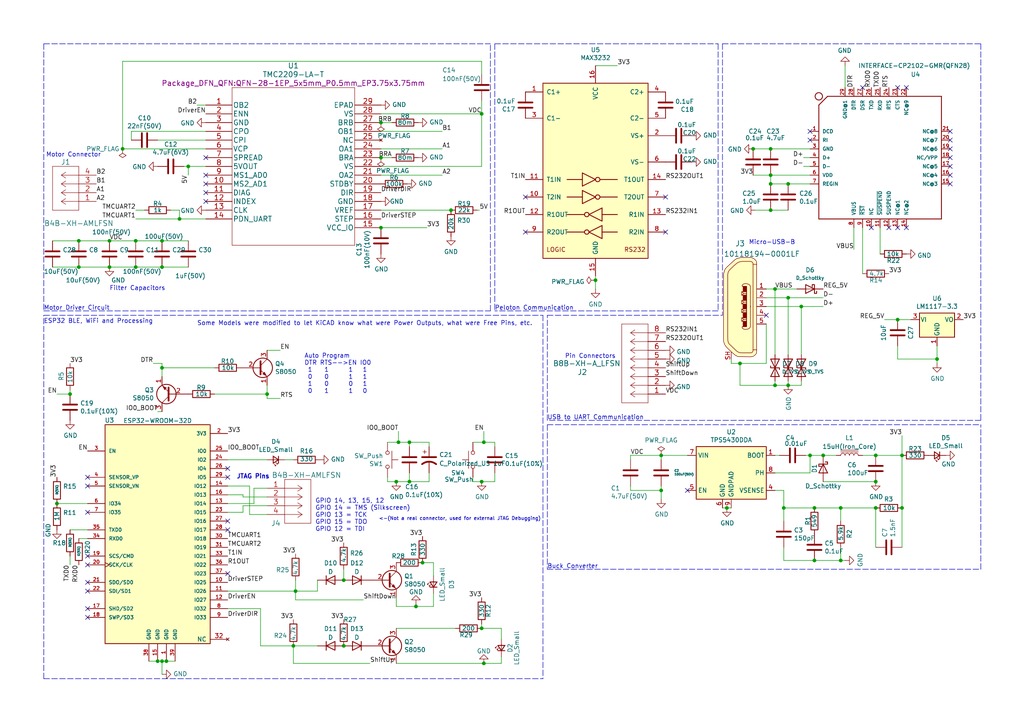
<source format=kicad_sch>
(kicad_sch (version 20211123) (generator eeschema)
  (paper "A4")
  (title_block (title "SmartSpin2k") (date "2022-09-17") (rev "Prototype") (company "GitHub") (comment 1 "Design by: Alex Quilty and Xymon Aesquivel") (comment 2 "Owner: Anthony Doud"))
  (junction (at 22.86 77.47))
  (junction (at 99.695 187.325))
  (junction (at 236.22 147.32))
  (junction (at 48.26 191.77))
  (junction (at 228.6 86.36))
  (junction (at 140.335 192.405))
  (junction (at 118.745 139.7))
  (junction (at 139.7 33.02))
  (junction (at 254 132.08))
  (junction (at 110.49 66.04))
  (junction (at 77.47 114.3))
  (junction (at 236.22 162.56))
  (junction (at 46.99 191.77))
  (junction (at 227.33 147.32))
  (junction (at 45.72 191.77))
  (junction (at 46.99 69.85))
  (junction (at 46.99 106.68))
  (junction (at 35.56 43.18))
  (junction (at 110.49 35.56))
  (junction (at 39.37 69.85))
  (junction (at 191.77 142.24))
  (junction (at 234.95 132.08))
  (junction (at 243.84 147.32))
  (junction (at 223.52 43.18))
  (junction (at 85.09 187.325))
  (junction (at 118.745 128.27))
  (junction (at 31.75 69.85))
  (junction (at 110.49 45.72))
  (junction (at 130.81 60.96))
  (junction (at 218.44 43.18))
  (junction (at 139.7 139.7))
  (junction (at 214.63 105.41))
  (junction (at 243.84 162.56))
  (junction (at 20.32 114.3))
  (junction (at 122.555 163.195))
  (junction (at 54.61 48.26))
  (junction (at 228.6 53.34))
  (junction (at 39.37 77.47))
  (junction (at 224.79 111.76))
  (junction (at 172.72 81.28))
  (junction (at 260.35 92.71))
  (junction (at 254 139.7))
  (junction (at 99.695 168.275))
  (junction (at 261.62 132.08))
  (junction (at 228.6 111.76))
  (junction (at 223.52 60.96))
  (junction (at 224.79 83.82))
  (junction (at 16.51 146.05))
  (junction (at 22.86 69.85))
  (junction (at 85.725 171.45))
  (junction (at 140.335 128.27))
  (junction (at 191.77 132.08))
  (junction (at 261.62 147.32))
  (junction (at 223.52 53.34))
  (junction (at 223.52 50.8))
  (junction (at 31.75 77.47))
  (junction (at 271.78 104.14))
  (junction (at 210.82 147.32))
  (junction (at 114.935 139.7))
  (junction (at 232.41 88.9))
  (junction (at 254 147.32))
  (junction (at 139.7 182.245))
  (junction (at 115.57 128.27))
  (junction (at 238.76 132.08))
  (junction (at 46.99 77.47))
  (junction (at 120.65 175.895))
  (junction (at 52.07 63.5))
  (no_connect (at 262.89 25.4))
  (no_connect (at 152.4 67.31))
  (no_connect (at 260.35 66.04))
  (no_connect (at 25.4 163.83))
  (no_connect (at 234.95 38.1))
  (no_connect (at 59.69 55.88))
  (no_connect (at 66.04 138.43))
  (no_connect (at 25.4 171.45))
  (no_connect (at 275.59 43.18))
  (no_connect (at 260.35 25.4))
  (no_connect (at 222.25 91.44))
  (no_connect (at 275.59 40.64))
  (no_connect (at 275.59 53.34))
  (no_connect (at 199.39 142.24))
  (no_connect (at 59.69 45.72))
  (no_connect (at 252.73 66.04))
  (no_connect (at 193.04 57.15))
  (no_connect (at 66.04 151.13))
  (no_connect (at 257.81 66.04))
  (no_connect (at 234.95 40.64))
  (no_connect (at 25.4 138.43))
  (no_connect (at 193.04 67.31))
  (no_connect (at 250.19 25.4))
  (no_connect (at 275.59 45.72))
  (no_connect (at 25.4 179.07))
  (no_connect (at 275.59 50.8))
  (no_connect (at 275.59 38.1))
  (no_connect (at 59.69 53.34))
  (no_connect (at 25.4 148.59))
  (no_connect (at 275.59 48.26))
  (no_connect (at 66.04 153.67))
  (no_connect (at 262.89 66.04))
  (no_connect (at 25.4 176.53))
  (no_connect (at 152.4 57.15))
  (no_connect (at 25.4 161.29))
  (no_connect (at 66.04 166.37))
  (no_connect (at 59.69 58.42))
  (no_connect (at 66.04 135.89))
  (no_connect (at 25.4 168.91))
  (no_connect (at 25.4 140.97))
  (no_connect (at 59.69 50.8))
  (wire (pts (xy 227.33 162.56) (xy 236.22 162.56)))
  (wire (pts (xy 238.76 132.08) (xy 242.57 132.08)))
  (wire (pts (xy 260.35 92.71) (xy 264.16 92.71)))
  (wire (pts (xy 233.045 48.26) (xy 234.95 48.26)))
  (wire (pts (xy 139.7 180.975) (xy 139.7 182.245)))
  (wire (pts (xy 59.69 38.1) (xy 38.1 38.1)))
  (polyline (pts (xy 158.75 91.44) (xy 209.55 91.44)))
  (wire (pts (xy 112.395 138.43) (xy 112.395 139.7)))
  (wire (pts (xy 128.27 38.1) (xy 110.49 38.1)))
  (wire (pts (xy 261.62 126.365) (xy 261.62 132.08)))
  (wire (pts (xy 118.745 137.16) (xy 118.745 139.7)))
  (wire (pts (xy 110.49 33.02) (xy 139.7 33.02)))
  (wire (pts (xy 228.6 53.34) (xy 234.95 53.34)))
  (wire (pts (xy 99.695 165.1) (xy 99.695 168.275)))
  (wire (pts (xy 81.28 115.57) (xy 77.47 115.57)))
  (wire (pts (xy 143.51 128.27) (xy 143.51 129.54)))
  (wire (pts (xy 256.54 92.71) (xy 260.35 92.71)))
  (wire (pts (xy 107.315 192.405) (xy 85.09 192.405)))
  (wire (pts (xy 110.49 60.96) (xy 130.81 60.96)))
  (polyline (pts (xy 208.28 90.17) (xy 143.51 90.17)))
  (wire (pts (xy 137.16 139.7) (xy 139.7 139.7)))
  (wire (pts (xy 124.46 129.54) (xy 124.46 128.27)))
  (wire (pts (xy 271.78 104.14) (xy 271.78 105.41)))
  (wire (pts (xy 223.52 53.34) (xy 228.6 53.34)))
  (wire (pts (xy 224.79 83.82) (xy 222.25 83.82)))
  (wire (pts (xy 125.73 163.195) (xy 125.73 167.005)))
  (wire (pts (xy 214.63 105.41) (xy 222.25 105.41)))
  (wire (pts (xy 224.79 83.82) (xy 224.79 102.87)))
  (wire (pts (xy 210.82 147.32) (xy 212.09 147.32)))
  (wire (pts (xy 46.99 105.41) (xy 44.45 105.41)))
  (wire (pts (xy 66.04 171.45) (xy 85.725 171.45)))
  (wire (pts (xy 45.72 191.77) (xy 46.99 191.77)))
  (wire (pts (xy 35.56 43.18) (xy 59.69 43.18)))
  (wire (pts (xy 66.04 148.59) (xy 70.485 148.59)))
  (wire (pts (xy 45.72 40.64) (xy 59.69 40.64)))
  (wire (pts (xy 85.09 192.405) (xy 85.09 187.325)))
  (wire (pts (xy 219.075 60.96) (xy 223.52 60.96)))
  (wire (pts (xy 113.665 45.72) (xy 110.49 45.72)))
  (wire (pts (xy 54.61 48.26) (xy 53.34 48.26)))
  (wire (pts (xy 85.09 187.325) (xy 92.075 187.325)))
  (wire (pts (xy 66.04 146.05) (xy 73.66 146.05)))
  (wire (pts (xy 85.725 171.45) (xy 85.725 173.99)))
  (wire (pts (xy 48.26 191.77) (xy 50.8 191.77)))
  (polyline (pts (xy 12.7 91.44) (xy 157.48 91.44)))
  (wire (pts (xy 120.65 175.895) (xy 125.73 175.895)))
  (polyline (pts (xy 158.75 123.19) (xy 158.75 165.1)))
  (wire (pts (xy 72.39 140.97) (xy 66.04 140.97)))
  (wire (pts (xy 260.35 100.33) (xy 260.35 104.14)))
  (wire (pts (xy 22.86 77.47) (xy 31.75 77.47)))
  (wire (pts (xy 66.04 143.51) (xy 70.485 143.51)))
  (wire (pts (xy 254 147.32) (xy 254 158.75)))
  (wire (pts (xy 46.99 106.68) (xy 46.99 105.41)))
  (wire (pts (xy 234.95 137.16) (xy 234.95 132.08)))
  (wire (pts (xy 114.935 192.405) (xy 140.335 192.405)))
  (wire (pts (xy 85.725 173.99) (xy 105.41 173.99)))
  (wire (pts (xy 247.65 66.04) (xy 247.65 72.39)))
  (wire (pts (xy 143.51 139.7) (xy 139.7 139.7)))
  (wire (pts (xy 250.19 132.08) (xy 254 132.08)))
  (wire (pts (xy 46.99 109.22) (xy 46.99 106.68)))
  (wire (pts (xy 115.57 125.095) (xy 115.57 128.27)))
  (wire (pts (xy 145.415 185.42) (xy 145.415 182.245)))
  (wire (pts (xy 140.335 128.27) (xy 143.51 128.27)))
  (wire (pts (xy 227.33 142.24) (xy 227.33 147.32)))
  (wire (pts (xy 137.16 138.43) (xy 137.16 139.7)))
  (wire (pts (xy 228.6 86.36) (xy 228.6 102.87)))
  (wire (pts (xy 236.22 147.32) (xy 243.84 147.32)))
  (polyline (pts (xy 12.7 90.17) (xy 142.24 90.17)))
  (wire (pts (xy 52.07 63.5) (xy 39.37 63.5)))
  (wire (pts (xy 54.61 50.8) (xy 54.61 48.26)))
  (wire (pts (xy 114.935 175.895) (xy 114.935 173.355)))
  (wire (pts (xy 46.99 191.77) (xy 48.26 191.77)))
  (wire (pts (xy 128.27 43.18) (xy 110.49 43.18)))
  (wire (pts (xy 112.395 139.7) (xy 114.935 139.7)))
  (polyline (pts (xy 209.55 12.7) (xy 209.55 91.44)))
  (wire (pts (xy 182.88 132.08) (xy 191.77 132.08)))
  (wire (pts (xy 224.79 142.24) (xy 227.33 142.24)))
  (wire (pts (xy 39.37 69.85) (xy 46.99 69.85)))
  (wire (pts (xy 16.51 114.3) (xy 20.32 114.3)))
  (wire (pts (xy 31.75 77.47) (xy 39.37 77.47)))
  (wire (pts (xy 224.79 132.08) (xy 226.06 132.08)))
  (wire (pts (xy 232.41 110.49) (xy 232.41 111.76)))
  (wire (pts (xy 223.52 60.96) (xy 228.6 60.96)))
  (wire (pts (xy 212.09 105.41) (xy 214.63 105.41)))
  (polyline (pts (xy 12.7 196.85) (xy 157.48 196.85)))
  (wire (pts (xy 70.485 146.685) (xy 70.485 148.59)))
  (wire (pts (xy 70.485 144.145) (xy 70.485 143.51)))
  (wire (pts (xy 75.565 187.325) (xy 85.09 187.325)))
  (wire (pts (xy 16.51 146.05) (xy 25.4 146.05)))
  (wire (pts (xy 233.68 132.08) (xy 234.95 132.08)))
  (polyline (pts (xy 284.48 165.1) (xy 284.48 123.19)))
  (wire (pts (xy 54.61 77.47) (xy 46.99 77.47)))
  (wire (pts (xy 223.52 43.18) (xy 234.95 43.18)))
  (wire (pts (xy 66.04 176.53) (xy 75.565 176.53)))
  (wire (pts (xy 271.78 100.33) (xy 271.78 104.14)))
  (polyline (pts (xy 12.7 196.85) (xy 12.7 91.44)))
  (wire (pts (xy 227.33 158.75) (xy 227.33 162.56)))
  (wire (pts (xy 45.72 119.38) (xy 46.99 119.38)))
  (wire (pts (xy 199.39 132.08) (xy 191.77 132.08)))
  (wire (pts (xy 118.745 128.27) (xy 118.745 129.54)))
  (wire (pts (xy 20.32 153.67) (xy 25.4 153.67)))
  (wire (pts (xy 114.935 182.245) (xy 132.08 182.245)))
  (wire (pts (xy 31.75 69.85) (xy 39.37 69.85)))
  (polyline (pts (xy 157.48 91.44) (xy 157.48 196.85)))
  (wire (pts (xy 15.24 69.85) (xy 22.86 69.85)))
  (wire (pts (xy 92.075 168.275) (xy 92.075 171.45)))
  (wire (pts (xy 223.52 53.34) (xy 223.52 50.8)))
  (wire (pts (xy 191.77 132.08) (xy 191.77 133.35)))
  (wire (pts (xy 255.27 66.04) (xy 255.27 73.66)))
  (wire (pts (xy 82.55 133.35) (xy 85.09 133.35)))
  (wire (pts (xy 260.35 104.14) (xy 271.78 104.14)))
  (wire (pts (xy 139.7 29.21) (xy 139.7 33.02)))
  (wire (pts (xy 243.84 147.32) (xy 243.84 151.13)))
  (wire (pts (xy 35.56 17.78) (xy 139.7 17.78)))
  (wire (pts (xy 212.09 104.14) (xy 212.09 105.41)))
  (wire (pts (xy 236.22 162.56) (xy 243.84 162.56)))
  (wire (pts (xy 20.32 113.03) (xy 20.32 114.3)))
  (wire (pts (xy 120.65 175.26) (xy 120.65 175.895)))
  (wire (pts (xy 222.25 105.41) (xy 222.25 93.98)))
  (wire (pts (xy 115.57 128.27) (xy 118.745 128.27)))
  (wire (pts (xy 261.62 132.08) (xy 261.62 147.32)))
  (wire (pts (xy 143.51 137.16) (xy 143.51 139.7)))
  (wire (pts (xy 54.61 69.85) (xy 46.99 69.85)))
  (wire (pts (xy 118.745 128.27) (xy 124.46 128.27)))
  (wire (pts (xy 59.69 63.5) (xy 52.07 63.5)))
  (wire (pts (xy 22.86 69.85) (xy 31.75 69.85)))
  (wire (pts (xy 214.63 111.76) (xy 224.79 111.76)))
  (wire (pts (xy 223.52 50.8) (xy 234.95 50.8)))
  (polyline (pts (xy 12.7 12.7) (xy 142.24 12.7)))
  (polyline (pts (xy 12.7 12.7) (xy 12.7 90.17)))
  (wire (pts (xy 110.49 35.56) (xy 113.665 35.56)))
  (wire (pts (xy 35.56 17.78) (xy 35.56 43.18)))
  (wire (pts (xy 182.88 140.97) (xy 182.88 142.24)))
  (wire (pts (xy 137.16 128.27) (xy 140.335 128.27)))
  (polyline (pts (xy 158.75 121.92) (xy 158.75 91.44)))
  (wire (pts (xy 110.49 66.04) (xy 123.825 66.04)))
  (wire (pts (xy 224.79 137.16) (xy 234.95 137.16)))
  (wire (pts (xy 250.19 66.04) (xy 250.19 79.375)))
  (wire (pts (xy 139.7 21.59) (xy 139.7 17.78)))
  (wire (pts (xy 191.77 142.24) (xy 191.77 144.78)))
  (wire (pts (xy 234.95 132.08) (xy 238.76 132.08)))
  (wire (pts (xy 124.46 137.16) (xy 124.46 139.7)))
  (wire (pts (xy 243.84 162.56) (xy 245.11 162.56)))
  (wire (pts (xy 209.55 147.32) (xy 210.82 147.32)))
  (wire (pts (xy 243.84 158.75) (xy 243.84 162.56)))
  (wire (pts (xy 243.84 147.32) (xy 254 147.32)))
  (wire (pts (xy 39.37 60.96) (xy 41.91 60.96)))
  (wire (pts (xy 172.72 80.01) (xy 172.72 81.28)))
  (wire (pts (xy 182.88 142.24) (xy 191.77 142.24)))
  (wire (pts (xy 120.65 175.895) (xy 114.935 175.895)))
  (wire (pts (xy 191.77 140.97) (xy 191.77 142.24)))
  (wire (pts (xy 15.24 77.47) (xy 22.86 77.47)))
  (wire (pts (xy 57.15 30.48) (xy 59.69 30.48)))
  (wire (pts (xy 39.37 77.47) (xy 46.99 77.47)))
  (wire (pts (xy 140.335 192.405) (xy 145.415 192.405)))
  (wire (pts (xy 145.415 192.405) (xy 145.415 190.5)))
  (polyline (pts (xy 143.51 12.7) (xy 208.28 12.7)))
  (wire (pts (xy 77.47 149.225) (xy 72.39 149.225)))
  (wire (pts (xy 140.335 125.095) (xy 140.335 128.27)))
  (polyline (pts (xy 158.75 123.19) (xy 284.48 123.19)))
  (wire (pts (xy 228.6 86.36) (xy 238.76 86.36)))
  (polyline (pts (xy 142.24 90.17) (xy 142.24 12.7)))
  (wire (pts (xy 112.395 128.27) (xy 115.57 128.27)))
  (wire (pts (xy 232.41 88.9) (xy 232.41 102.87)))
  (wire (pts (xy 38.1 38.1) (xy 38.1 40.64)))
  (wire (pts (xy 77.47 144.145) (xy 70.485 144.145)))
  (wire (pts (xy 66.04 133.35) (xy 77.47 133.35)))
  (polyline (pts (xy 284.48 12.7) (xy 284.48 121.92)))
  (wire (pts (xy 72.39 149.225) (xy 72.39 140.97)))
  (wire (pts (xy 62.23 106.68) (xy 46.99 106.68)))
  (wire (pts (xy 81.28 101.6) (xy 77.47 101.6)))
  (wire (pts (xy 128.27 50.8) (xy 110.49 50.8)))
  (wire (pts (xy 122.555 163.195) (xy 125.73 163.195)))
  (wire (pts (xy 62.23 114.3) (xy 77.47 114.3)))
  (wire (pts (xy 223.52 43.18) (xy 218.44 43.18)))
  (wire (pts (xy 223.52 50.8) (xy 218.44 50.8)))
  (wire (pts (xy 224.79 111.76) (xy 228.6 111.76)))
  (wire (pts (xy 231.14 83.82) (xy 224.79 83.82)))
  (wire (pts (xy 222.25 88.9) (xy 232.41 88.9)))
  (wire (pts (xy 118.745 139.7) (xy 114.935 139.7)))
  (wire (pts (xy 245.11 19.05) (xy 245.11 25.4)))
  (wire (pts (xy 20.32 163.83) (xy 20.32 161.29)))
  (wire (pts (xy 224.79 110.49) (xy 224.79 111.76)))
  (wire (pts (xy 254 132.08) (xy 261.62 132.08)))
  (wire (pts (xy 222.25 86.36) (xy 228.6 86.36)))
  (polyline (pts (xy 208.28 12.7) (xy 208.28 90.17)))
  (wire (pts (xy 172.72 19.05) (xy 179.07 19.05)))
  (wire (pts (xy 46.99 191.77) (xy 46.99 195.58)))
  (wire (pts (xy 261.62 147.32) (xy 261.62 158.75)))
  (polyline (pts (xy 284.48 121.92) (xy 158.75 121.92)))
  (wire (pts (xy 228.6 110.49) (xy 228.6 111.76)))
  (wire (pts (xy 75.565 176.53) (xy 75.565 187.325)))
  (wire (pts (xy 145.415 182.245) (xy 139.7 182.245)))
  (polyline (pts (xy 158.75 165.1) (xy 284.48 165.1)))
  (wire (pts (xy 22.86 156.21) (xy 25.4 156.21)))
  (wire (pts (xy 172.72 81.28) (xy 172.72 83.82)))
  (wire (pts (xy 85.725 171.45) (xy 92.075 171.45)))
  (wire (pts (xy 233.045 45.72) (xy 234.95 45.72)))
  (wire (pts (xy 182.88 132.08) (xy 182.88 133.35)))
  (wire (pts (xy 232.41 88.9) (xy 238.76 88.9)))
  (wire (pts (xy 77.47 115.57) (xy 77.47 114.3)))
  (polyline (pts (xy 209.55 12.7) (xy 284.48 12.7)))
  (wire (pts (xy 77.47 146.685) (xy 70.485 146.685)))
  (wire (pts (xy 227.33 151.13) (xy 227.33 147.32)))
  (wire (pts (xy 125.73 172.085) (xy 125.73 175.895)))
  (wire (pts (xy 73.66 146.05) (xy 73.66 141.605)))
  (wire (pts (xy 52.07 60.96) (xy 52.07 63.5)))
  (wire (pts (xy 118.745 139.7) (xy 124.46 139.7)))
  (wire (pts (xy 54.61 48.26) (xy 59.69 48.26)))
  (wire (pts (xy 85.725 168.275) (xy 85.725 171.45)))
  (wire (pts (xy 49.53 60.96) (xy 52.07 60.96)))
  (wire (pts (xy 110.49 48.26) (xy 139.7 48.26)))
  (wire (pts (xy 228.6 111.76) (xy 232.41 111.76)))
  (wire (pts (xy 77.47 114.3) (xy 77.47 111.76)))
  (wire (pts (xy 139.065 60.96) (xy 138.43 60.96)))
  (wire (pts (xy 43.18 191.77) (xy 45.72 191.77)))
  (wire (pts (xy 139.7 33.02) (xy 139.7 48.26)))
  (wire (pts (xy 73.66 141.605) (xy 77.47 141.605)))
  (polyline (pts (xy 143.51 12.7) (xy 143.51 90.17)))
  (wire (pts (xy 236.22 147.32) (xy 227.33 147.32)))
  (wire (pts (xy 214.63 105.41) (xy 214.63 111.76)))
  (wire (pts (xy 238.76 139.7) (xy 254 139.7)))
  (text "Peloton Communication" (at 143.51 90.17 0) (effects (font (size 1.27 1.27)) (justify left bottom)))
  (text "JTAG Pins" (at 68.58 139.065 0) (effects (font (size 1.27 1.27) (thickness 0.254) bold) (justify left bottom)))
  (text "Motor Connector" (at 13.335 45.72 0) (effects (font (size 1.27 1.27)) (justify left bottom)))
  (text "Buck Converter" (at 158.75 165.1 0) (effects (font (size 1.27 1.27)) (justify left bottom)))
  (text "ESP32 BLE, WiFi and Processing" (at 12.7 93.98 0) (effects (font (size 1.27 1.27)) (justify left bottom)))
  (text "USB to UART Communication" (at 158.75 121.92 0) (effects (font (size 1.27 1.27)) (justify left bottom)))
  (text "Pin Connectors" (at 163.83 104.14 0) (effects (font (size 1.27 1.27)) (justify left bottom)))
  (text "<-(Not a real connector, used for external JTAG Debugging)" (at 109.855 151.13 0) (effects (font (size 1 1)) (justify left bottom)))
  (text "Some Models were modified to let KiCAD know what were Power Outputs, what were Free Pins, etc." (at 57.15 94.615 0) (effects (font (size 1.27 1.27)) (justify left bottom)))
  (text "Auto Program\nDTR RTS-->EN IO0\n 1	 1	   1   1\n 0	 0	   1   1\n 1	 0	   0   1\n 0	 1	   1   0" (at 88.265 114.3 0) (effects (font (size 1.27 1.27)) (justify left bottom)))
  (text "GPIO 14, 13, 15, 12\nGPIO 14 = TMS (Silkscreen)\nGPIO 13 = TCK\nGPIO 15 = TDO\nGPIO 12 = TDI\n" (at 91.44 154.305 0) (effects (font (size 1.27 1.27)) (justify left bottom)))
  (text "Motor Driver Circuit" (at 12.7 90.17 0) (effects (font (size 1.27 1.27)) (justify left bottom)))
  (text "Filter Capacitors" (at 31.75 84.455 0) (effects (font (size 1.27 1.27)) (justify left bottom)))
  (text "Micro-USB-B\n" (at 217.17 71.12 0) (effects (font (size 1.27 1.27)) (justify left bottom)))
  (label "DTR" (at 247.65 25.4 90))
  (label "RTS" (at 257.81 25.4 90))
  (label "D+" (at 233.045 45.72 180))
  (label "RS232IN1" (at 193.04 62.23 0))
  (label "B1" (at 27.94 53.34 0))
  (label "VBUS" (at 247.65 72.39 180))
  (label "3V3" (at 279.4 92.71 0))
  (label "3V3" (at 85.725 160.655 180))
  (label "3V3" (at 257.81 79.375 0))
  (label "3V3" (at 123.825 66.04 0))
  (label "RXD0" (at 252.73 25.4 90))
  (label "D-" (at 238.76 86.36 0))
  (label "TMCUART2" (at 39.37 60.96 180))
  (label "DriverDIR" (at 110.49 55.88 0))
  (label "RS232IN1" (at 193.04 96.52 0))
  (label "R1OUT" (at 66.04 163.83 0))
  (label "ShiftUp" (at 193.04 106.68 0))
  (label "B2" (at 27.94 50.8 0))
  (label "3V3" (at 99.695 179.705 180))
  (label "RXD0" (at 22.86 163.83 270))
  (label "3V3" (at 261.62 126.365 180))
  (label "A1" (at 27.94 55.88 0))
  (label "5V" (at 139.065 60.96 0))
  (label "TMCUART1" (at 66.04 156.21 0))
  (label "A1" (at 128.27 43.18 0))
  (label "3V3" (at 20.32 105.41 0))
  (label "ShiftDown" (at 193.04 109.22 0))
  (label "BRA" (at 113.665 45.72 180))
  (label "RS232OUT1" (at 193.04 99.06 0))
  (label "TMCUART1" (at 39.37 63.5 180))
  (label "TXD0" (at 255.27 25.4 90))
  (label "DriverSTEP" (at 110.49 63.5 0))
  (label "RS232OUT1" (at 193.04 52.07 0))
  (label "IO0_BOOT" (at 45.72 119.38 180))
  (label "DTR" (at 44.45 105.41 180))
  (label "VDC" (at 182.88 132.08 0))
  (label "VDC" (at 31.75 69.85 0))
  (label "D-" (at 233.045 48.26 180))
  (label "IO0_BOOT" (at 115.57 125.095 180))
  (label "ShiftDown" (at 105.41 173.99 0))
  (label "A2" (at 27.94 58.42 0))
  (label "ShiftUp" (at 107.315 192.405 0))
  (label "REG_5V" (at 238.76 83.82 0))
  (label "DriverEN" (at 59.69 33.02 180))
  (label "VDC" (at 193.04 114.3 0))
  (label "EN" (at 140.335 125.095 180))
  (label "3V3" (at 16.51 138.43 90))
  (label "REG_5V" (at 256.54 92.71 180))
  (label "T1IN" (at 66.04 161.29 0))
  (label "VDC" (at 139.7 33.02 180))
  (label "RTS" (at 81.28 115.57 0))
  (label "3V3" (at 85.09 179.705 180))
  (label "DriverDIR" (at 66.04 179.07 0))
  (label "VBUS" (at 224.79 83.82 0))
  (label "3V3" (at 122.555 155.575 180))
  (label "TMCUART2" (at 66.04 158.75 0))
  (label "B1" (at 128.27 38.1 0))
  (label "DriverSTEP" (at 66.04 168.91 0))
  (label "3V3" (at 99.695 157.48 180))
  (label "3V3" (at 139.7 173.355 180))
  (label "BRB" (at 113.665 35.56 180))
  (label "D+" (at 238.76 88.9 0))
  (label "A2" (at 128.27 50.8 0))
  (label "EN" (at 16.51 114.3 180))
  (label "EN" (at 81.28 101.6 0))
  (label "5V" (at 54.61 50.8 270))
  (label "B2" (at 57.15 30.48 180))
  (label "R1OUT" (at 152.4 62.23 180))
  (label "DriverEN" (at 66.04 173.99 0))
  (label "3V3" (at 218.44 50.8 180))
  (label "3V3" (at 179.07 19.05 0))
  (label "3V3" (at 66.04 125.73 0))
  (label "T1IN" (at 152.4 52.07 180))
  (label "TXD0" (at 20.32 163.83 270))
  (label "IO0_BOOT" (at 66.04 130.81 0))
  (label "EN" (at 25.4 130.81 180))
  (symbol (lib_id "Regulator_Switching:TPS5430DDA") (at 212.09 137.16 0) (unit 1)
    (property "Reference" "U2" (at 212.09 125.2982 0))
    (property "Value" "TPS5430DDA" (at 212.09 127.6096 0))
    (property "Footprint" "Package_SO:SOIC-8-1EP_3.9x4.9mm_P1.27mm_EP2.514x3.2mm" (effects hide))
    (property "Datasheet" "http://www.ti.com/lit/ds/symlink/tps5430.pdf" (effects hide))
  )
  (symbol (lib_id "Device:D_Schottky") (at 238.76 135.89 270) (unit 1)
    (property "Reference" "D1" (at 236.22 135.89 0))
    (property "Value" "D_Schottky" (at 238.76 140.97 90))
    (property "Footprint" "Diode_SMD:D_SMA" (effects hide))
  )
  (symbol (lib_id "Device:C") (at 227.33 154.94 0) (unit 1)
    (property "Reference" "C3" (at 230.251 153.7716 0) (effects (justify left)))
    (property "Value" "150pF" (at 230.251 156.083 0) (effects (justify left)))
    (property "Footprint" "Capacitor_SMD:C_0805_2012Metric" (effects hide))
  )
  (symbol (lib_id "Device:C") (at 229.87 132.08 90) (unit 1)
    (property "Reference" "C4" (at 230.505 127 90) (effects (justify left)))
    (property "Value" "0.01uF" (at 234.2134 128.651 90) (effects (justify left)))
    (property "Footprint" "Capacitor_SMD:C_0805_2012Metric" (effects hide))
  )
  (symbol (lib_id "Device:C") (at 254 135.89 0) (unit 1)
    (property "Reference" "C6" (at 245.745 134.8486 0) (effects (justify left)))
    (property "Value" "100uF" (at 245.745 137.16 0) (effects (justify left)))
    (property "Footprint" "Capacitor_SMD:C_1206_3216Metric" (effects hide))
  )
  (symbol (lib_id "Device:R") (at 236.22 151.13 0) (unit 1)
    (property "Reference" "R1" (at 234.315 152.4 90) (effects (justify left)))
    (property "Value" "549" (at 236.22 153.035 90) (effects (justify left)))
    (property "Footprint" "Resistor_SMD:R_0402_1005Metric" (effects hide))
  )
  (symbol (lib_id "Device:R") (at 243.84 154.94 0) (unit 1)
    (property "Reference" "R2" (at 246.38 156.21 90) (effects (justify left)))
    (property "Value" "5.9k" (at 243.84 156.845 90) (effects (justify left)))
    (property "Footprint" "Resistor_SMD:R_0603_1608Metric" (effects hide))
  )
  (symbol (lib_id "Device:R") (at 257.81 147.32 90) (unit 1)
    (property "Reference" "R3" (at 259.08 144.78 90) (effects (justify left)))
    (property "Value" "10k" (at 259.715 147.32 90) (effects (justify left)))
    (property "Footprint" "Resistor_SMD:R_0402_1005Metric" (effects hide))
  )
  (symbol (lib_id "Device:C") (at 257.81 158.75 90) (unit 1)
    (property "Reference" "C7" (at 256.6416 155.829 0) (effects (justify left)))
    (property "Value" "1.5nF" (at 258.953 155.829 0) (effects (justify left)))
    (property "Footprint" "Capacitor_SMD:C_0805_2012Metric" (effects hide))
  )
  (symbol (lib_id "Device:C") (at 236.22 158.75 0) (unit 1)
    (property "Reference" "C5" (at 239.141 157.5816 0) (effects (justify left)))
    (property "Value" "0.1uF" (at 239.141 159.893 0) (effects (justify left)))
    (property "Footprint" "Capacitor_SMD:C_0402_1005Metric" (effects hide))
  )
  (symbol (lib_id "power:GND") (at 245.11 162.56 90) (unit 1)
    (property "Reference" "#PWR04" (effects hide))
    (property "Value" "GND" (at 249.5042 162.433 0))
  )
  (symbol (lib_id "power:GND") (at 254 139.7 0) (unit 1)
    (property "Reference" "#PWR05" (effects hide))
    (property "Value" "GND" (at 254.127 144.0942 0))
  )
  (symbol (lib_id "Device:C") (at 182.88 137.16 0) (unit 1)
    (property "Reference" "C1" (at 177.165 141.605 0) (effects (justify left)))
    (property "Value" "4.7uF(50V)" (at 177.165 143.9164 0) (effects (justify left)))
    (property "Footprint" "Capacitor_SMD:C_1206_3216Metric" (effects hide))
  )
  (symbol (lib_id "Device:C") (at 191.77 137.16 0) (unit 1)
    (property "Reference" "C2" (at 195.58 136.525 0) (effects (font (size 0.635 0.635)) (justify left)))
    (property "Value" "100uF(50V)" (at 195.58 137.5664 0) (effects (font (size 0.635 0.635)) (justify left)))
    (property "Footprint" "Capacitor_SMD:CP_Elec_8x10" (effects hide))
  )
  (symbol (lib_id "power:GND") (at 191.77 144.78 0) (unit 1)
    (property "Reference" "#PWR02" (effects hide))
    (property "Value" "GND" (at 191.897 149.1742 0))
  )
  (symbol (lib_id "power:GND") (at 210.82 147.32 0) (unit 1)
    (property "Reference" "#PWR03" (effects hide))
    (property "Value" "GND" (at 210.947 151.7142 0))
  )
  (symbol (lib_id "Device:R") (at 20.32 109.22 0) (unit 1)
    (property "Reference" "R5" (at 17.78 110.49 90) (effects (justify left)))
    (property "Value" "10k" (at 20.32 111.125 90) (effects (justify left)))
    (property "Footprint" "Resistor_SMD:R_0402_1005Metric" (effects hide))
  )
  (symbol (lib_id "Device:C") (at 143.51 133.35 0) (unit 1)
    (property "Reference" "C15" (at 146.431 132.1816 0) (effects (justify left)))
    (property "Value" "0.1uF(10%)" (at 146.431 134.493 0) (effects (justify left)))
    (property "Footprint" "Capacitor_SMD:C_0402_1005Metric" (effects hide))
  )
  (symbol (lib_id "Device:R") (at 58.42 114.3 90) (unit 1)
    (property "Reference" "R9" (at 59.69 112.395 90) (effects (justify left)))
    (property "Value" "10k" (at 60.325 114.3 90) (effects (justify left)))
    (property "Footprint" "Resistor_SMD:R_0402_1005Metric" (effects hide))
  )
  (symbol (lib_id "Device:R") (at 66.04 106.68 90) (unit 1)
    (property "Reference" "R10" (at 67.945 104.775 90) (effects (justify left)))
    (property "Value" "10k" (at 67.945 106.68 90) (effects (justify left)))
    (property "Footprint" "Resistor_SMD:R_0402_1005Metric" (effects hide))
  )
  (symbol (lib_id "power:PWR_FLAG") (at 191.77 132.08 0) (unit 1)
    (property "Reference" "#FLG0103" (effects hide))
    (property "Value" "PWR_FLAG" (at 191.77 127.6858 0))
  )
  (symbol (lib_id "Device:LED_Small") (at 125.73 169.545 90) (unit 1)
    (property "Reference" "D3" (at 130.9878 169.545 0))
    (property "Value" "LED_Small" (at 128.27 169.545 0))
    (property "Footprint" "LED_SMD:LED_0603_1608Metric" (effects hide))
  )
  (symbol (lib_id "Device:LED_Small") (at 145.415 187.96 90) (unit 1)
    (property "Reference" "D2" (at 147.955 187.96 0))
    (property "Value" "LED_Small" (at 149.86 187.96 0))
    (property "Footprint" "LED_SMD:LED_0603_1608Metric" (effects hide))
  )
  (symbol (lib_id "INTERFACE-CP2102-GMR_QFN28_:INTERFACE-CP2102-GMR(QFN28)") (at 255.27 45.72 0) (unit 1)
    (property "Reference" "U4" (at 264.16 21.59 0) (effects (justify left)))
    (property "Value" "INTERFACE-CP2102-GMR(QFN28)" (at 248.92 19.05 0) (effects (justify left)))
    (property "Footprint" "Package_DFN_QFN:QFN-28-1EP_5x5mm_P0.5mm_EP3.35x3.35mm" (effects hide))
    (property "MPN" "CP2102-GMR" (effects hide))
  )
  (symbol (lib_id "Device:C") (at 218.44 46.99 180) (unit 1)
    (property "Reference" "C24" (at 220.98 38.1 0) (effects (justify left)))
    (property "Value" "0.1uF" (at 221.615 40.005 0) (effects (justify left)))
    (property "Footprint" "Capacitor_SMD:C_0402_1005Metric" (effects hide))
  )
  (symbol (lib_id "Device:C") (at 152.4 30.48 180) (unit 1)
    (property "Reference" "C17" (at 149.479 31.6484 0) (effects (justify left)))
    (property "Value" "0.1uF" (at 149.479 29.337 0) (effects (justify left)))
    (property "Footprint" "Capacitor_SMD:C_0402_1005Metric" (effects hide))
  )
  (symbol (lib_id "Device:C") (at 193.04 30.48 180) (unit 1)
    (property "Reference" "C18" (at 201.295 31.75 0) (effects (justify left)))
    (property "Value" "0.1uF" (at 201.295 29.4386 0) (effects (justify left)))
    (property "Footprint" "Capacitor_SMD:C_0402_1005Metric" (effects hide))
  )
  (symbol (lib_id "Device:C") (at 223.52 57.15 0) (unit 1)
    (property "Reference" "C25" (at 215.265 56.1086 0) (effects (justify left)))
    (property "Value" "1.0uF" (at 215.265 58.42 0) (effects (justify left)))
    (property "Footprint" "Capacitor_SMD:C_0805_2012Metric" (effects hide))
  )
  (symbol (lib_id "Device:C") (at 228.6 57.15 0) (unit 1)
    (property "Reference" "C26" (at 231.775 56.1086 0) (effects (justify left)))
    (property "Value" "0.1uF" (at 231.775 58.42 0) (effects (justify left)))
    (property "Footprint" "Capacitor_SMD:C_0402_1005Metric" (effects hide))
  )
  (symbol (lib_id "Regulator_Linear:LM1117-3.3") (at 271.78 92.71 0) (unit 1)
    (property "Reference" "U6" (at 271.78 86.5632 0))
    (property "Value" "LM1117-3.3" (at 271.78 88.8746 0))
    (property "Footprint" "Package_TO_SOT_SMD:SOT-223-3_TabPin2" (effects hide))
    (property "Datasheet" "http://www.ti.com/lit/ds/symlink/lm1117.pdf" (effects hide))
  )
  (symbol (lib_id "Device:C") (at 260.35 96.52 180) (unit 1)
    (property "Reference" "C27" (at 264.16 96.52 90))
    (property "Value" "10uF" (at 256.2606 96.52 90))
    (property "Footprint" "Capacitor_SMD:C_0603_1608Metric" (effects hide))
  )
  (symbol (lib_id "power:GND") (at 271.78 105.41 0) (unit 1)
    (property "Reference" "#PWR018" (effects hide))
    (property "Value" "GND" (at 271.907 109.8042 0))
  )
  (symbol (lib_id "Switch:SW_Push") (at 137.16 133.35 90) (unit 1)
    (property "Reference" "SW4" (at 130.81 137.16 90) (effects (justify right)))
    (property "Value" "SW_Push" (at 128.905 139.065 90) (effects (justify right)))
    (property "Footprint" "Button_Switch_SMD:SW_Push_SPST_NO_Alps_SKRK" (effects hide))
  )
  (symbol (lib_id "power:GND") (at 139.7 139.7 0) (unit 1)
    (property "Reference" "#PWR07" (effects hide))
    (property "Value" "GND" (at 139.827 144.0942 0))
  )
  (symbol (lib_id "power:GND") (at 46.99 195.58 90) (unit 1)
    (property "Reference" "#PWR010" (effects hide))
    (property "Value" "GND" (at 50.2412 195.453 90) (effects (justify right)))
  )
  (symbol (lib_id "Device:LED_Small") (at 271.78 132.08 180) (unit 1)
    (property "Reference" "D5" (at 274.32 127 0))
    (property "Value" "LED_Small" (at 274.32 129.3114 0))
    (property "Footprint" "LED_SMD:LED_0603_1608Metric" (effects hide))
  )
  (symbol (lib_id "Device:R") (at 265.43 132.08 270) (unit 1)
    (property "Reference" "R23" (at 265.43 130.175 90))
    (property "Value" "330" (at 265.43 132.08 90))
    (property "Footprint" "Resistor_SMD:R_0402_1005Metric" (effects hide))
  )
  (symbol (lib_id "power:GND") (at 274.32 132.08 90) (unit 1)
    (property "Reference" "#PWR028" (effects hide))
    (property "Value" "GND" (at 273.05 134.62 90) (effects (justify right)))
  )
  (symbol (lib_id "power:GND") (at 219.075 60.96 270) (unit 1)
    (property "Reference" "#PWR033" (effects hide))
    (property "Value" "GND" (at 215.8238 61.087 90) (effects (justify right)))
  )
  (symbol (lib_id "power:GND") (at 218.44 43.18 270) (unit 1)
    (property "Reference" "#PWR032" (effects hide))
    (property "Value" "GND" (at 215.1888 43.307 90) (effects (justify right)))
  )
  (symbol (lib_id "power:GND") (at 245.11 19.05 180) (unit 1)
    (property "Reference" "#PWR034" (effects hide))
    (property "Value" "GND" (at 244.983 14.6558 0))
  )
  (symbol (lib_id "power:GND") (at 228.6 111.76 0) (unit 1)
    (property "Reference" "#PWR0104" (effects hide))
    (property "Value" "GND" (at 228.727 115.0112 90) (effects (justify right)))
  )
  (symbol (lib_id "Device:R") (at 16.51 149.86 180) (unit 1)
    (property "Reference" "R11" (at 18.288 148.6916 0) (effects (justify right)))
    (property "Value" "1M" (at 16.51 151.13 90) (effects (justify right)))
    (property "Footprint" "Resistor_SMD:R_0402_1005Metric" (effects hide))
  )
  (symbol (lib_id "power:GND") (at 16.51 153.67 0) (unit 1)
    (property "Reference" "#PWR0110" (effects hide))
    (property "Value" "GND" (at 13.97 151.765 90) (effects (justify right)))
  )
  (symbol (lib_id "Device:R") (at 139.7 177.165 180) (unit 1)
    (property "Reference" "R12" (at 141.605 177.165 90))
    (property "Value" "330" (at 139.7 177.165 90))
    (property "Footprint" "Resistor_SMD:R_0402_1005Metric" (effects hide))
  )
  (symbol (lib_id "Device:R") (at 122.555 159.385 180) (unit 1)
    (property "Reference" "R13" (at 120.015 159.385 90))
    (property "Value" "330" (at 122.555 159.385 90))
    (property "Footprint" "Resistor_SMD:R_0402_1005Metric" (effects hide))
  )
  (symbol (lib_id "Device:R") (at 254 79.375 270) (unit 1)
    (property "Reference" "R14" (at 252.095 81.28 90) (effects (justify left)))
    (property "Value" "4.7k" (at 252.095 79.375 90) (effects (justify left)))
    (property "Footprint" "Resistor_SMD:R_0402_1005Metric" (effects hide))
  )
  (symbol (lib_id "Device:R") (at 16.51 142.24 0) (unit 1)
    (property "Reference" "R15" (at 18.288 141.0716 0) (effects (justify left)))
    (property "Value" "0(5%)" (at 16.51 143.51 90) (effects (font (size 0.635 0.635)) (justify left)))
    (property "Footprint" "Resistor_SMD:R_0402_1005Metric" (effects hide))
  )
  (symbol (lib_id "Device:LED_Small") (at 80.01 133.35 180) (unit 1)
    (property "Reference" "D4" (at 80.01 128.0922 0))
    (property "Value" "LED_Small" (at 80.01 130.4036 0))
    (property "Footprint" "LED_SMD:LED_0603_1608Metric" (effects hide))
  )
  (symbol (lib_id "Device:R") (at 88.9 133.35 270) (unit 1)
    (property "Reference" "R16" (at 88.9 130.81 90))
    (property "Value" "330" (at 88.9 133.1214 90))
    (property "Footprint" "Resistor_SMD:R_0402_1005Metric" (effects hide))
  )
  (symbol (lib_id "power:GND") (at 92.71 133.35 90) (unit 1)
    (property "Reference" "#PWR020" (effects hide))
    (property "Value" "GND" (at 95.9612 133.223 90) (effects (justify right)))
  )
  (symbol (lib_id "Transistor_BJT:2N2219") (at 49.53 114.3 180) (unit 1)
    (property "Reference" "Q3" (at 44.6786 113.1316 0) (effects (justify left)))
    (property "Value" "S8050" (at 44.6786 115.443 0) (effects (justify left)))
    (property "Footprint" "Package_TO_SOT_SMD:SOT-23" (effects hide))
    (property "Datasheet" "http://www.onsemi.com/pub_link/Collateral/2N2219-D.PDF" (effects hide))
  )
  (symbol (lib_id "Transistor_BJT:2N2219") (at 74.93 106.68 0) (unit 1)
    (property "Reference" "Q4" (at 79.756 105.5116 0) (effects (justify left)))
    (property "Value" "S8050" (at 79.756 107.823 0) (effects (justify left)))
    (property "Footprint" "Package_TO_SOT_SMD:SOT-23" (effects hide))
    (property "Datasheet" "http://www.onsemi.com/pub_link/Collateral/2N2219-D.PDF" (effects hide))
  )
  (symbol (lib_id "Device:R") (at 20.32 157.48 0) (unit 1)
    (property "Reference" "R18" (at 15.24 157.48 0) (effects (justify left)))
    (property "Value" "0(5%)" (at 20.32 158.75 90) (effects (font (size 0.635 0.635)) (justify left)))
    (property "Footprint" "Resistor_SMD:R_0402_1005Metric" (effects hide))
  )
  (symbol (lib_id "Device:R") (at 22.86 160.02 0) (unit 1)
    (property "Reference" "R20" (at 25.4 160.655 90) (effects (justify left)))
    (property "Value" "0(5%)" (at 22.86 161.29 90) (effects (font (size 0.635 0.635)) (justify left)))
    (property "Footprint" "Resistor_SMD:R_0402_1005Metric" (effects hide))
  )
  (symbol (lib_id "Switch:SW_Push") (at 112.395 133.35 270) (unit 1)
    (property "Reference" "SW1" (at 111.1758 134.5184 90) (effects (justify right)))
    (property "Value" "SW_Push" (at 111.1758 132.207 90) (effects (justify right)))
    (property "Footprint" "Button_Switch_SMD:SW_Push_SPST_NO_Alps_SKRK" (effects hide))
  )
  (symbol (lib_id "power:GND") (at 114.935 139.7 0) (unit 1)
    (property "Reference" "#PWR08" (effects hide))
    (property "Value" "GND" (at 115.062 144.0942 0))
  )
  (symbol (lib_id "Device:C") (at 118.745 133.35 0) (unit 1)
    (property "Reference" "C16" (at 117.475 141.1986 0) (effects (justify left)))
    (property "Value" "0.1uF(10%)" (at 117.475 143.51 0) (effects (justify left)))
    (property "Footprint" "Capacitor_SMD:C_0402_1005Metric" (effects hide))
  )
  (symbol (lib_id "Interface_UART:MAX3232") (at 172.72 49.53 0) (unit 1)
    (property "Reference" "U5" (at 172.72 14.4526 0))
    (property "Value" "MAX3232" (at 172.72 16.764 0))
    (property "Footprint" "MAX3232:MAX3232IPWR" (effects hide))
    (property "Datasheet" "https://datasheets.maximintegrated.com/en/ds/MAX3222-MAX3241.pdf" (effects hide))
  )
  (symbol (lib_id "Device:C") (at 196.85 39.37 90) (unit 1)
    (property "Reference" "C20" (at 201.93 38.5064 90) (effects (justify left)))
    (property "Value" "0.1uF" (at 201.93 36.195 90) (effects (justify left)))
    (property "Footprint" "Capacitor_SMD:C_0402_1005Metric" (effects hide))
  )
  (symbol (lib_id "Device:C") (at 196.85 46.99 90) (unit 1)
    (property "Reference" "C22" (at 201.93 46.1264 90) (effects (justify left)))
    (property "Value" "0.1uF" (at 201.93 43.815 90) (effects (justify left)))
    (property "Footprint" "Capacitor_SMD:C_0402_1005Metric" (effects hide))
  )
  (symbol (lib_id "power:GND") (at 200.66 39.37 90) (unit 1)
    (property "Reference" "#PWR0115" (effects hide))
    (property "Value" "GND" (at 203.9112 39.243 90) (effects (justify right)))
  )
  (symbol (lib_id "power:GND") (at 200.66 46.99 90) (unit 1)
    (property "Reference" "#PWR0116" (effects hide))
    (property "Value" "GND" (at 203.9112 46.863 90) (effects (justify right)))
  )
  (symbol (lib_id "Device:C") (at 223.52 46.99 0) (unit 1)
    (property "Reference" "C23" (at 222.25 38.1 0) (effects (justify left)))
    (property "Value" "4.7uF" (at 222.25 40.005 0) (effects (justify left)))
    (property "Footprint" "Capacitor_SMD:C_0805_2012Metric" (effects hide))
  )
  (symbol (lib_id "Device:C") (at 46.99 73.66 0) (unit 1)
    (property "Reference" "C29" (at 49.911 72.4916 0) (effects (justify left)))
    (property "Value" "100uF(50V)" (at 41.91 68.58 0) (effects (justify left)))
    (property "Footprint" "Capacitor_SMD:CP_Elec_8x10" (effects hide))
  )
  (symbol (lib_id "Device:R") (at 99.695 183.515 180) (unit 1)
    (property "Reference" "R27" (at 103.505 179.705 0) (effects (justify left)))
    (property "Value" "4.7k" (at 99.695 181.61 90) (effects (justify left)))
    (property "Footprint" "Resistor_SMD:R_0402_1005Metric" (effects hide))
  )
  (symbol (lib_id "power:GND") (at 59.69 60.96 270) (unit 1)
    (property "Reference" "#PWR019" (effects hide))
    (property "Value" "GND" (at 56.4388 61.087 90) (effects (justify right)))
  )
  (symbol (lib_id "Device:R") (at 45.72 60.96 270) (unit 1)
    (property "Reference" "R4" (at 45.72 59.055 90))
    (property "Value" "1k" (at 45.72 60.96 90))
    (property "Footprint" "Resistor_SMD:R_0402_1005Metric" (effects hide))
  )
  (symbol (lib_id "Device:L_Iron") (at 246.38 132.08 90) (unit 1)
    (property "Reference" "L1" (at 246.38 126.9832 90))
    (property "Value" "15uH(Iron_Core)" (at 246.38 129.5201 90))
    (property "Footprint" "Inductor_SMD_Extra:L_SXN_SMDRI127_150MT" (effects hide))
  )
  (symbol (lib_id "power:GND") (at 110.49 58.42 90) (unit 1)
    (property "Reference" "#PWR025" (effects hide))
    (property "Value" "GND" (at 113.03 58.42 90) (effects (justify right)))
  )
  (symbol (lib_id "Device:C_Polarized_US") (at 124.46 133.35 0) (unit 1)
    (property "Reference" "C21" (at 127.381 131.8803 0) (effects (justify left)))
    (property "Value" "C_Polarized_US 1uF" (at 127.381 134.4172 0) (effects (justify left)))
    (property "Footprint" "Capacitor_SMD:C_0603_1608Metric" (effects hide))
  )
  (symbol (lib_id "Device:R") (at 130.81 64.77 0) (unit 1)
    (property "Reference" "R30" (at 132.588 63.9353 0) (effects (justify left)))
    (property "Value" "20k" (at 130.81 66.675 90) (effects (justify left)))
    (property "Footprint" "Resistor_SMD:R_0805_2012Metric" (effects hide))
  )
  (symbol (lib_id "power:GND") (at 130.81 68.58 0) (unit 1)
    (property "Reference" "#PWR014" (effects hide))
    (property "Value" "GND" (at 130.81 73.0234 0))
  )
  (symbol (lib_id "Device:C") (at 49.53 48.26 270) (unit 1)
    (property "Reference" "C12" (at 49.53 41.8592 90))
    (property "Value" "4.7uF(6V3)" (at 49.53 44.1706 90))
    (property "Footprint" "Capacitor_SMD:C_0805_2012Metric" (effects hide))
  )
  (symbol (lib_id "power:GND") (at 31.75 77.47 0) (unit 1)
    (property "Reference" "#PWR06" (effects hide))
    (property "Value" "GND" (at 34.29 81.28 0))
  )
  (symbol (lib_id "ESP32-WROOM-32D:ESP32-WROOM-32D") (at 45.72 153.67 0) (unit 1)
    (property "Reference" "U3" (at 31.75 121.92 0))
    (property "Value" "ESP32-WROOM-32D" (at 45.72 122.0271 0))
    (property "Footprint" "RF_Module:ESP32-WROOM-32" (effects hide))
    (property "MAXIMUM_PACKAGE_HEIGHT" "3.2 mm" (effects hide))
    (property "PARTREV" "1.9" (effects hide))
    (property "STANDARD" "Manufacturer Recommendations" (effects hide))
    (property "MANUFACTURER" "Espressif Systems" (effects hide))
  )
  (symbol (lib_id "power:GND") (at 20.32 121.92 0) (unit 1)
    (property "Reference" "#PWR01" (effects hide))
    (property "Value" "GND" (at 20.447 126.3142 0))
  )
  (symbol (lib_name "D_Schottky_1") (lib_id "Device:D_Schottky") (at 234.95 83.82 180) (unit 1)
    (property "Reference" "D6" (at 234.95 78.3082 0))
    (property "Value" "D_Schottky" (at 234.95 80.6196 0) (effects (font (size 1 1))))
    (property "Footprint" "Diode_SMD:D_SMA" (effects hide))
  )
  (symbol (lib_id "Device:C") (at 22.86 73.66 0) (unit 1)
    (property "Reference" "C8" (at 25.781 72.4916 0) (effects (justify left)))
    (property "Value" "10uF(50V)" (at 19.05 81.28 0) (effects (justify left)))
    (property "Footprint" "Capacitor_SMD:C_1206_3216Metric" (effects hide))
  )
  (symbol (lib_id "Device:R") (at 99.695 161.29 0) (unit 1)
    (property "Reference" "R26" (at 101.473 160.4553 0) (effects (justify left)))
    (property "Value" "4.7k" (at 99.695 163.195 90) (effects (justify left)))
    (property "Footprint" "Resistor_SMD:R_0402_1005Metric" (effects hide))
  )
  (symbol (lib_id "power:GND") (at 121.285 45.72 90) (unit 1)
    (property "Reference" "#PWR030" (effects hide))
    (property "Value" "GND" (at 124.5362 45.593 90) (effects (justify right)))
  )
  (symbol (lib_id "B4B_Connector:B4B-XH-AMLFSN") (at 77.47 141.605 0) (unit 1)
    (property "Reference" "J4" (at 80.01 151.765 0) (effects (font (size 1.524 1.524))))
    (property "Value" "B4B-XH-AMLFSN" (at 88.9 137.795 0) (effects (font (size 1.524 1.524))))
    (property "Footprint" "Connector_JST:JST_XH_B4B-XH-AM_1x04_P2.50mm_Vertical" (effects hide))
  )
  (symbol (lib_id "power:GND") (at 262.89 73.66 90) (unit 1)
    (property "Reference" "#PWR013" (effects hide))
    (property "Value" "GND" (at 266.065 74.0938 90) (effects (justify right)))
  )
  (symbol (lib_id "power:PWR_FLAG") (at 110.49 45.72 180) (unit 1)
    (property "Reference" "#FLG0102" (effects hide))
    (property "Value" "PWR_FLAG" (at 118.745 49.53 0) (effects (justify left)))
  )
  (symbol (lib_id "power:GND") (at 110.49 30.48 90) (unit 1)
    (property "Reference" "#PWR024" (effects hide))
    (property "Value" "GND" (at 113.7412 30.353 90) (effects (justify right)))
  )
  (symbol (lib_id "Device:D") (at 103.505 187.325 180) (unit 1)
    (property "Reference" "D13" (at 103.505 182.3552 0))
    (property "Value" "D" (at 103.505 184.8921 0))
    (property "Footprint" "Diode_SMD:D_SOD-123F" (effects hide))
  )
  (symbol (lib_id "B4B_Connector:B4B-XH-AMLFSN") (at 27.94 58.42 180) (unit 1)
    (property "Reference" "J1" (at 19.05 46.99 0) (effects (font (size 1.524 1.524))))
    (property "Value" "B4B-XH-AMLFSN" (at 22.86 64.77 0) (effects (font (size 1.524 1.524))))
    (property "Footprint" "Connector_JST:JST_XH_B4B-XH-AM_1x04_P2.50mm_Vertical" (effects hide))
  )
  (symbol (lib_id "Device:R") (at 85.09 183.515 180) (unit 1)
    (property "Reference" "R24" (at 83.312 184.3497 0) (effects (justify left)))
    (property "Value" "4.7k" (at 85.09 181.61 90) (effects (justify left)))
    (property "Footprint" "Resistor_SMD:R_0402_1005Metric" (effects hide))
  )
  (symbol (lib_id "Device:C") (at 39.37 73.66 0) (unit 1)
    (property "Reference" "C11" (at 42.291 72.4916 0) (effects (justify left)))
    (property "Value" "100nF(50V)" (at 35.56 78.74 0) (effects (justify left)))
    (property "Footprint" "Capacitor_SMD:C_0805_2012Metric" (effects hide))
  )
  (symbol (lib_id "Device:C") (at 139.7 25.4 180) (unit 1)
    (property "Reference" "C14" (at 128.27 20.32 0) (effects (justify right)))
    (property "Value" "100nF(50V)" (at 128.27 22.86 0) (effects (justify right)))
    (property "Footprint" "Capacitor_SMD:C_0805_2012Metric" (effects hide))
  )
  (symbol (lib_id "power:GND") (at 193.04 104.14 90) (unit 1)
    (property "Reference" "#PWR0102" (effects hide))
    (property "Value" "GND" (at 196.215 104.5738 90) (effects (justify right)))
  )
  (symbol (lib_id "Device:C") (at 31.75 73.66 0) (unit 1)
    (property "Reference" "C9" (at 34.671 72.4916 0) (effects (justify left)))
    (property "Value" "100nF(50V)" (at 26.67 67.31 0) (effects (justify left)))
    (property "Footprint" "Capacitor_SMD:C_0805_2012Metric" (effects hide))
  )
  (symbol (lib_id "Device:R") (at 85.725 164.465 180) (unit 1)
    (property "Reference" "R25" (at 83.947 165.2997 0) (effects (justify left)))
    (property "Value" "4.7k" (at 85.725 162.56 90) (effects (justify left)))
    (property "Footprint" "Resistor_SMD:R_0402_1005Metric" (effects hide))
  )
  (symbol (lib_id "Device:R") (at 259.08 73.66 270) (unit 1)
    (property "Reference" "R22" (at 257.175 75.565 90) (effects (justify left)))
    (property "Value" "10k" (at 257.175 73.66 90) (effects (justify left)))
    (property "Footprint" "Resistor_SMD:R_0402_1005Metric" (effects hide))
  )
  (symbol (lib_id "Device:R") (at 117.475 45.72 270) (unit 1)
    (property "Reference" "R7" (at 117.475 43.815 90))
    (property "Value" "80m" (at 117.475 45.72 90))
    (property "Footprint" "Resistor_SMD:R_1206_3216Metric" (effects hide))
  )
  (symbol (lib_id "dk_USB-DVI-HDMI-Connectors:10118194-0001LF") (at 214.63 88.9 0) (unit 1)
    (property "Reference" "J3" (at 214.6808 70.6427 0) (effects (font (size 1.524 1.524))))
    (property "Value" "10118194-0001LF" (at 220.98 73.66 0) (effects (font (size 1.524 1.524))))
    (property "Footprint" "digikey-footprints:USB_Micro_B_Female_10118194-0001LF" (effects hide))
    (property "Datasheet" "http://www.amphenol-icc.com/media/wysiwyg/files/drawing/10118194.pdf" (effects hide))
    (property "Digi-Key_PN" "609-4618-1-ND" (effects hide))
    (property "MPN" "10118194-0001LF" (effects hide))
    (property "Category" "Connectors, Interconnects" (effects hide))
    (property "Family" "USB, DVI, HDMI Connectors" (effects hide))
    (property "DK_Datasheet_Link" "http://www.amphenol-icc.com/media/wysiwyg/files/drawing/10118194.pdf" (effects hide))
    (property "DK_Detail_Page" "/product-detail/en/amphenol-icc-fci/10118194-0001LF/609-4618-1-ND/2785382" (effects hide))
    (property "Description" "CONN RCPT USB2.0 MICRO B SMD R/A" (effects hide))
    (property "Manufacturer" "Amphenol ICC (FCI)" (effects hide))
    (property "Status" "Active" (effects hide))
  )
  (symbol (lib_id "power:PWR_FLAG") (at 35.56 43.18 180) (unit 1)
    (property "Reference" "#FLG0101" (effects hide))
    (property "Value" "PWR_FLAG" (at 29.845 43.18 0))
  )
  (symbol (lib_id "Device:R") (at 118.745 163.195 90) (unit 1)
    (property "Reference" "R28" (at 117.475 161.29 90) (effects (justify left)))
    (property "Value" "200" (at 120.65 163.195 90) (effects (justify left)))
    (property "Footprint" "Resistor_SMD:R_0402_1005Metric" (effects hide))
  )
  (symbol (lib_id "Device:R") (at 114.3 53.34 270) (unit 1)
    (property "Reference" "R6" (at 114.3 51.435 90))
    (property "Value" "100k" (at 114.3 53.34 90))
    (property "Footprint" "Resistor_SMD:R_0402_1005Metric" (effects hide))
  )
  (symbol (lib_id "Device:R") (at 135.89 182.245 90) (unit 1)
    (property "Reference" "R29" (at 137.16 184.15 90) (effects (justify left)))
    (property "Value" "200" (at 137.795 182.245 90) (effects (justify left)))
    (property "Footprint" "Resistor_SMD:R_0402_1005Metric" (effects hide))
  )
  (symbol (lib_id "Device:D") (at 95.885 187.325 0) (unit 1)
    (property "Reference" "D11" (at 95.885 182.3552 0))
    (property "Value" "D" (at 95.885 184.8921 0))
    (property "Footprint" "Diode_SMD:D_SOD-123F" (effects hide))
  )
  (symbol (lib_id "Device:D_TVS") (at 224.79 106.68 270) (unit 1)
    (property "Reference" "D7" (at 226.822 105.5116 90) (effects (justify left)))
    (property "Value" "D_TVS" (at 226.822 107.823 90) (effects (font (size 1 1)) (justify left)))
    (property "Footprint" "Diode_SMD:D_0603_1608Metric" (effects hide))
  )
  (symbol (lib_id "power:PWR_FLAG") (at 110.49 35.56 180) (unit 1)
    (property "Reference" "#FLG0104" (effects hide))
    (property "Value" "PWR_FLAG" (at 114.3 39.37 0))
  )
  (symbol (lib_id "Device:C") (at 54.61 73.66 0) (unit 1)
    (property "Reference" "C30" (at 57.531 72.4916 0) (effects (justify left)))
    (property "Value" "1uF(50V)" (at 50.8 80.01 0) (effects (justify left)))
    (property "Footprint" "Capacitor_SMD:C_0603_1608Metric" (effects hide))
  )
  (symbol (lib_id "Device:D") (at 103.505 168.275 180) (unit 1)
    (property "Reference" "D12" (at 103.505 163.3052 0))
    (property "Value" "D" (at 103.505 165.8421 0))
    (property "Footprint" "Diode_SMD:D_SOD-123F" (effects hide))
  )
  (symbol (lib_id "power:GND") (at 193.04 101.6 90) (unit 1)
    (property "Reference" "#PWR0103" (effects hide))
    (property "Value" "GND" (at 196.215 102.0338 90) (effects (justify right)))
  )
  (symbol (lib_id "power:PWR_FLAG") (at 172.72 81.28 90) (unit 1)
    (property "Reference" "#FLG0105" (effects hide))
    (property "Value" "PWR_FLAG" (at 169.5451 81.7138 90) (effects (justify left)))
  )
  (symbol (lib_id "Device:D") (at 95.885 168.275 0) (unit 1)
    (property "Reference" "D10" (at 95.885 163.3052 0))
    (property "Value" "D" (at 95.885 165.8421 0))
    (property "Footprint" "Diode_SMD:D_SOD-123F" (effects hide))
  )
  (symbol (lib_id "Device:C") (at 15.24 73.66 0) (unit 1)
    (property "Reference" "C28" (at 18.161 72.4916 0) (effects (justify left)))
    (property "Value" "10uF(50V)" (at 12.7 78.74 0) (effects (justify left)))
    (property "Footprint" "Capacitor_SMD:C_0805_2012Metric" (effects hide))
  )
  (symbol (lib_id "TMC2209:TMC2209-LA-T") (at 59.69 30.48 0) (unit 1)
    (property "Reference" "U1" (at 85.09 19.05 0) (effects (font (size 1.524 1.524))))
    (property "Value" "TMC2209-LA-T" (at 85.09 21.59 0) (effects (font (size 1.524 1.524))))
    (property "Footprint" "Package_DFN_QFN:QFN-28-1EP_5x5mm_P0.5mm_EP3.75x3.75mm" (at 85.09 24.13 0) (effects (font (size 1.524 1.524))))
  )
  (symbol (lib_name "B8B-XH-A_LFSN_1") (lib_id "B8B_Connector:B8B-XH-A_LFSN") (at 193.04 114.3 180) (unit 1)
    (property "Reference" "J2" (at 168.91 107.95 0) (effects (font (size 1.524 1.524))))
    (property "Value" "B8B-XH-A_LFSN" (at 170.18 105.41 0) (effects (font (size 1.524 1.524))))
    (property "Footprint" "Connector_JST:JST_XH_B8B-XH-AM_1x08_P2.50mm_Vertical" (effects hide))
  )
  (symbol (lib_id "Transistor_BJT:2N2219") (at 112.395 187.325 0) (unit 1)
    (property "Reference" "Q2" (at 117.221 186.1566 0) (effects (justify left)))
    (property "Value" "S8050" (at 117.221 188.468 0) (effects (justify left)))
    (property "Footprint" "Package_TO_SOT_SMD:SOT-23" (effects hide))
    (property "Datasheet" "http://www.onsemi.com/pub_link/Collateral/2N2219-D.PDF" (effects hide))
  )
  (symbol (lib_id "power:GND") (at 59.69 35.56 270) (unit 1)
    (property "Reference" "#PWR017" (effects hide))
    (property "Value" "GND" (at 56.4388 35.687 90) (effects (justify right)))
  )
  (symbol (lib_id "power:GND") (at 140.335 192.405 180) (unit 1)
    (property "Reference" "#PWR011" (effects hide))
    (property "Value" "GND" (at 140.335 188.8292 0))
  )
  (symbol (lib_id "Device:C") (at 20.32 118.11 0) (unit 1)
    (property "Reference" "C19" (at 23.241 116.9416 0) (effects (justify left)))
    (property "Value" "0.1uF(10%)" (at 23.241 119.253 0) (effects (justify left)))
    (property "Footprint" "Capacitor_SMD:C_0402_1005Metric" (effects hide))
  )
  (symbol (lib_id "power:GND") (at 172.72 83.82 0) (unit 1)
    (property "Reference" "#PWR0105" (effects hide))
    (property "Value" "GND" (at 172.72 88.2634 0))
  )
  (symbol (lib_id "power:GND") (at 121.285 35.56 90) (unit 1)
    (property "Reference" "#PWR031" (effects hide))
    (property "Value" "GND" (at 124.5362 35.433 90) (effects (justify right)))
  )
  (symbol (lib_id "power:GND") (at 193.04 111.76 90) (unit 1)
    (property "Reference" "#PWR0101" (effects hide))
    (property "Value" "GND" (at 196.215 112.1938 90) (effects (justify right)))
  )
  (symbol (lib_id "Device:D_TVS") (at 228.6 106.68 270) (unit 1)
    (property "Reference" "D8" (at 230.632 105.5116 90) (effects (justify left)))
    (property "Value" "D_TVS" (at 230.632 107.823 90) (effects (font (size 1 1)) (justify left)))
    (property "Footprint" "Diode_SMD:D_0603_1608Metric" (effects hide))
  )
  (symbol (lib_id "power:GND") (at 110.49 73.66 0) (unit 1)
    (property "Reference" "#PWR023" (effects hide))
    (property "Value" "GND" (at 110.617 78.0542 0))
  )
  (symbol (lib_id "power:GND") (at 45.72 48.26 270) (unit 1)
    (property "Reference" "#PWR012" (effects hide))
    (property "Value" "GND" (at 42.4688 48.387 90) (effects (justify right)))
  )
  (symbol (lib_id "Device:C") (at 110.49 69.85 0) (unit 1)
    (property "Reference" "C13" (at 104.14 72.39 90))
    (property "Value" "100nF(10V)" (at 106.4514 72.39 90))
    (property "Footprint" "Capacitor_SMD:C_0805_2012Metric" (effects hide))
  )
  (symbol (lib_id "Device:D_TVS") (at 232.41 106.68 270) (unit 1)
    (property "Reference" "D9" (at 234.442 105.5116 90) (effects (justify left)))
    (property "Value" "D_TVS" (at 234.442 107.823 90) (effects (font (size 1 1)) (justify left)))
    (property "Footprint" "Diode_SMD:D_0603_1608Metric" (effects hide))
  )
  (symbol (lib_id "Device:R") (at 117.475 35.56 270) (unit 1)
    (property "Reference" "R8" (at 117.475 33.655 90))
    (property "Value" "80m" (at 117.475 35.56 90))
    (property "Footprint" "Resistor_SMD:R_1206_3216Metric" (effects hide))
  )
  (symbol (lib_id "Device:R") (at 134.62 60.96 270) (unit 1)
    (property "Reference" "R19" (at 134.62 59.055 90))
    (property "Value" "22k" (at 134.62 60.96 90))
    (property "Footprint" "Resistor_SMD:R_0402_1005Metric" (effects hide))
  )
  (symbol (lib_id "Device:C") (at 41.91 40.64 270) (unit 1)
    (property "Reference" "C10" (at 41.91 34.2392 90))
    (property "Value" "22nF(50V)" (at 41.91 36.5506 90))
    (property "Footprint" "Capacitor_SMD:C_0805_2012Metric" (effects hide))
  )
  (symbol (lib_id "Transistor_BJT:2N2219") (at 112.395 168.275 0) (unit 1)
    (property "Reference" "Q1" (at 117.221 167.1066 0) (effects (justify left)))
    (property "Value" "S8050" (at 117.221 169.418 0) (effects (justify left)))
    (property "Footprint" "Package_TO_SOT_SMD:SOT-23" (effects hide))
    (property "Datasheet" "http://www.onsemi.com/pub_link/Collateral/2N2219-D.PDF" (effects hide))
  )
  (symbol (lib_id "power:GND") (at 120.65 175.26 180) (unit 1)
    (property "Reference" "#PWR09" (effects hide))
    (property "Value" "GND" (at 120.65 171.6842 0))
  )
  (symbol (lib_id "power:GND") (at 118.11 53.34 90) (unit 1)
    (property "Reference" "#PWR029" (effects hide))
    (property "Value" "GND" (at 121.3612 53.213 90) (effects (justify right)))
  )
)
</source>
